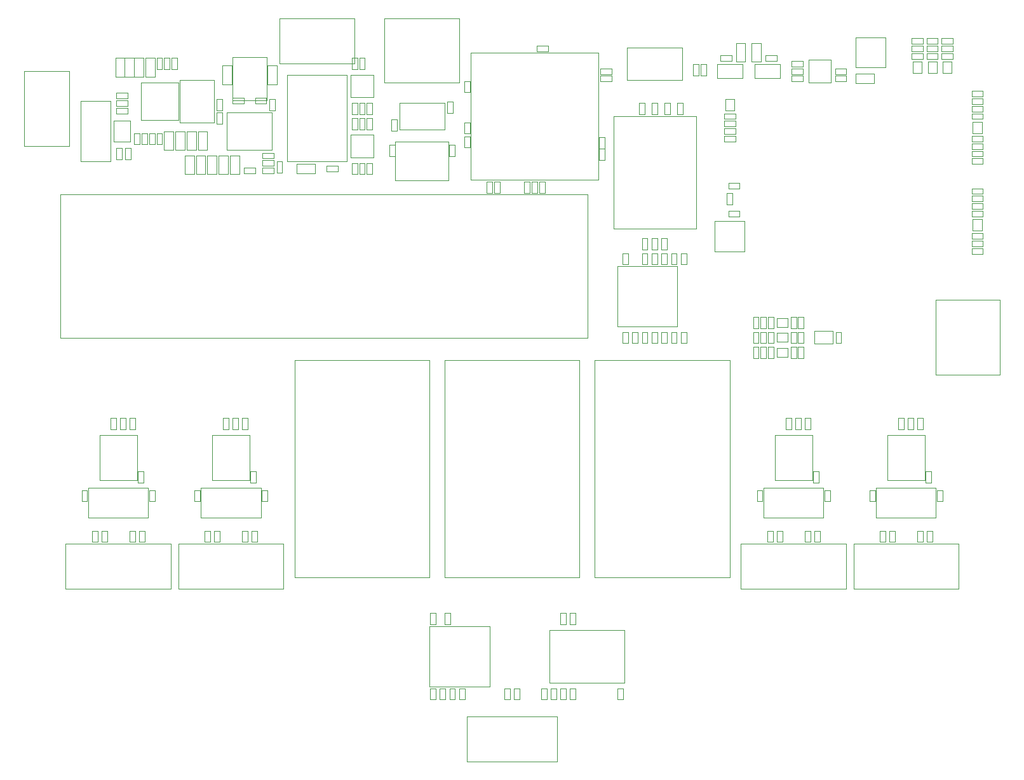
<source format=gbr>
%TF.GenerationSoftware,Altium Limited,Altium Designer,23.3.1 (30)*%
G04 Layer_Color=8388736*
%FSLAX45Y45*%
%MOMM*%
%TF.SameCoordinates,E4F86091-2262-4A10-A0E3-B6E4D0D901A0*%
%TF.FilePolarity,Positive*%
%TF.FileFunction,Other,Top_Assembly*%
%TF.Part,Single*%
G01*
G75*
%TA.AperFunction,NonConductor*%
%ADD81C,0.10000*%
%ADD84C,0.05000*%
%ADD158C,0.02000*%
%ADD159C,0.01000*%
%ADD160C,0.01400*%
D81*
X1350000Y10700000D02*
X2450000D01*
Y9200000D02*
Y10700000D01*
X1350000Y9200000D02*
X2450000D01*
X1350000D02*
Y10700000D01*
D84*
X3099999Y8900000D02*
Y9300000D01*
X2699999Y8900000D02*
Y9300000D01*
Y8900000D02*
X3099999D01*
X2699999Y9300000D02*
X3099999D01*
X4579999Y11350000D02*
Y11750000D01*
X4979999Y11350000D02*
Y11750000D01*
X4579999D02*
X4979999D01*
X4579999Y11350000D02*
X4979999D01*
X2730000Y11390000D02*
X3070000D01*
X2730000Y11210000D02*
Y11390000D01*
X3070000Y11210000D02*
Y11390000D01*
X2730000Y11210000D02*
X3070000D01*
X3230000Y11210000D02*
X3570000D01*
Y11390000D01*
X3230000Y11210000D02*
Y11390000D01*
X3570000D01*
X-6022980Y9657580D02*
X1010280D01*
X-6022980Y7742420D02*
X1010280D01*
X-6022980D02*
Y9657580D01*
X1010280Y7742420D02*
Y9657580D01*
D158*
X-4987500Y5965000D02*
X-4912500D01*
X-4987500Y5815000D02*
X-4912500D01*
Y5965000D01*
X-4987500Y5815000D02*
Y5965000D01*
X6275000Y9462500D02*
Y9537500D01*
X6125000Y9462500D02*
Y9537500D01*
Y9462500D02*
X6275000D01*
X6125000Y9537500D02*
X6275000D01*
Y9062500D02*
Y9137500D01*
X6125000Y9062500D02*
Y9137500D01*
Y9062500D02*
X6275000D01*
X6125000Y9137500D02*
X6275000D01*
Y10762500D02*
Y10837500D01*
X6125000Y10762500D02*
Y10837500D01*
Y10762500D02*
X6275000D01*
X6125000Y10837500D02*
X6275000D01*
X6125000Y10962500D02*
Y11037500D01*
X6275000Y10962500D02*
Y11037500D01*
X6125000D02*
X6275000D01*
X6125000Y10962500D02*
X6275000D01*
X6125000Y9662500D02*
Y9737500D01*
X6275000Y9662500D02*
Y9737500D01*
X6125000D02*
X6275000D01*
X6125000Y9662500D02*
X6275000D01*
Y10362500D02*
Y10437500D01*
X6125000Y10362500D02*
Y10437500D01*
Y10362500D02*
X6275000D01*
X6125000Y10437500D02*
X6275000D01*
X1935000Y7675000D02*
Y7825000D01*
X1860000Y7675000D02*
Y7825000D01*
X1935000D01*
X1860000Y7675000D02*
X1935000D01*
X2065000D02*
Y7825000D01*
X1990000Y7675000D02*
Y7825000D01*
X2065000D01*
X1990000Y7675000D02*
X2065000D01*
X1805000D02*
Y7825000D01*
X1730000Y7675000D02*
Y7825000D01*
X1805000D01*
X1730000Y7675000D02*
X1805000D01*
X1545000D02*
Y7825000D01*
X1470000Y7675000D02*
Y7825000D01*
X1545000D01*
X1470000Y7675000D02*
X1545000D01*
X1675000D02*
Y7825000D01*
X1600000Y7675000D02*
Y7825000D01*
X1675000D01*
X1600000Y7675000D02*
X1675000D01*
X1730000Y8925000D02*
Y9075000D01*
X1805000Y8925000D02*
Y9075000D01*
X1730000Y8925000D02*
X1805000D01*
X1730000Y9075000D02*
X1805000D01*
X1990000Y8925000D02*
Y9075000D01*
X2065000Y8925000D02*
Y9075000D01*
X1990000Y8925000D02*
X2065000D01*
X1990000Y9075000D02*
X2065000D01*
X1860000Y8925000D02*
Y9075000D01*
X1935000Y8925000D02*
Y9075000D01*
X1860000Y8925000D02*
X1935000D01*
X1860000Y9075000D02*
X1935000D01*
X2250000Y8725000D02*
Y8875000D01*
X2325000Y8725000D02*
Y8875000D01*
X2250000Y8725000D02*
X2325000D01*
X2250000Y8875000D02*
X2325000D01*
X2195000Y7675000D02*
Y7825000D01*
X2120000Y7675000D02*
Y7825000D01*
X2195000D01*
X2120000Y7675000D02*
X2195000D01*
X2325000D02*
Y7825000D01*
X2250000Y7675000D02*
Y7825000D01*
X2325000D01*
X2250000Y7675000D02*
X2325000D01*
X3887500Y7675000D02*
Y7825000D01*
X3812500Y7675000D02*
Y7825000D01*
X3887500D01*
X3812500Y7675000D02*
X3887500D01*
Y7475000D02*
Y7625000D01*
X3812500Y7475000D02*
Y7625000D01*
X3887500D01*
X3812500Y7475000D02*
X3887500D01*
X4312500Y7675000D02*
Y7825000D01*
X4387500Y7675000D02*
Y7825000D01*
X4312500Y7675000D02*
X4387500D01*
X4312500Y7825000D02*
X4387500D01*
X3887500Y7875000D02*
Y8025000D01*
X3812500Y7875000D02*
Y8025000D01*
X3887500D01*
X3812500Y7875000D02*
X3887500D01*
X3487500D02*
Y8025000D01*
X3412500Y7875000D02*
Y8025000D01*
X3487500D01*
X3412500Y7875000D02*
X3487500D01*
Y7475000D02*
Y7625000D01*
X3412500Y7475000D02*
Y7625000D01*
X3487500D01*
X3412500Y7475000D02*
X3487500D01*
Y7675000D02*
Y7825000D01*
X3412500Y7675000D02*
Y7825000D01*
X3487500D01*
X3412500Y7675000D02*
X3487500D01*
X3033000Y9737500D02*
Y9812500D01*
X2883000Y9737500D02*
Y9812500D01*
Y9737500D02*
X3033000D01*
X2883000Y9812500D02*
X3033000D01*
Y9362500D02*
Y9437500D01*
X2883000Y9362500D02*
Y9437500D01*
Y9362500D02*
X3033000D01*
X2883000Y9437500D02*
X3033000D01*
X2825000Y10637500D02*
X2975000D01*
X2825000Y10562500D02*
X2975000D01*
X2825000D02*
Y10637500D01*
X2975000Y10562500D02*
Y10637500D01*
X2825000Y10362500D02*
X2975000D01*
X2825000Y10437500D02*
X2975000D01*
Y10362500D02*
Y10437500D01*
X2825000Y10362500D02*
Y10437500D01*
X4304499Y11167500D02*
X4454500D01*
X4304499Y11242500D02*
X4454500D01*
Y11167500D02*
Y11242500D01*
X4304499Y11167500D02*
Y11242500D01*
Y11262500D02*
X4454500D01*
X4304499Y11337500D02*
X4454500D01*
Y11262500D02*
Y11337500D01*
X4304499Y11262500D02*
Y11337500D01*
X3724999Y11262500D02*
X3874999D01*
X3724999Y11337500D02*
X3874999D01*
Y11262500D02*
Y11337500D01*
X3724999Y11262500D02*
Y11337500D01*
Y11357500D02*
X3874999D01*
X3724999Y11432500D02*
X3874999D01*
Y11357500D02*
Y11432500D01*
X3724999Y11357500D02*
Y11432500D01*
X3375000Y11508750D02*
X3525000D01*
X3375000Y11433750D02*
X3525000D01*
X3375000D02*
Y11508750D01*
X3525000Y11433750D02*
Y11508750D01*
X2775000Y11433750D02*
X2925000D01*
X2775000Y11508750D02*
X2925000D01*
Y11433750D02*
Y11508750D01*
X2775000Y11433750D02*
Y11508750D01*
X2587500Y11240700D02*
Y11390700D01*
X2512500Y11240700D02*
Y11390700D01*
X2587500D01*
X2512500Y11240700D02*
X2587500D01*
X2487500D02*
Y11390700D01*
X2412500Y11240700D02*
Y11390700D01*
X2487500D01*
X2412500Y11240700D02*
X2487500D01*
X1862500Y10725000D02*
Y10875000D01*
X1937500Y10725000D02*
Y10875000D01*
X1862500Y10725000D02*
X1937500D01*
X1862500Y10875000D02*
X1937500D01*
X-5082500Y10125000D02*
Y10275000D01*
X-5157500Y10125000D02*
Y10275000D01*
X-5082500D01*
X-5157500Y10125000D02*
X-5082500D01*
X-5202500D02*
Y10275000D01*
X-5277500Y10125000D02*
Y10275000D01*
X-5202500D01*
X-5277500Y10125000D02*
X-5202500D01*
X-4462500Y11324999D02*
Y11475000D01*
X-4537500Y11324999D02*
Y11475000D01*
X-4462500D01*
X-4537500Y11324999D02*
X-4462500D01*
X-4637500D02*
Y11475000D01*
X-4562500Y11324999D02*
Y11475000D01*
X-4637500Y11324999D02*
X-4562500D01*
X-4637500Y11475000D02*
X-4562500D01*
X-3725000Y10868699D02*
X-3575000D01*
X-3725000Y10943699D02*
X-3575000D01*
Y10868699D02*
Y10943699D01*
X-3725000Y10868699D02*
Y10943699D01*
X-3862500Y10775000D02*
Y10925000D01*
X-3937500Y10775000D02*
Y10925000D01*
X-3862500D01*
X-3937500Y10775000D02*
X-3862500D01*
X-3937500Y10599999D02*
Y10750000D01*
X-3862500Y10599999D02*
Y10750000D01*
X-3937500Y10599999D02*
X-3862500D01*
X-3937500Y10750000D02*
X-3862500D01*
X-3062500Y9949999D02*
Y10100000D01*
X-3137500Y9949999D02*
Y10100000D01*
X-3062500D01*
X-3137500Y9949999D02*
X-3062500D01*
X-2475000Y10037500D02*
X-2325000D01*
X-2475000Y9962500D02*
X-2325000D01*
X-2475000D02*
Y10037500D01*
X-2325000Y9962500D02*
Y10037500D01*
X-2132500Y11324999D02*
Y11475000D01*
X-2057500Y11324999D02*
Y11475000D01*
X-2132500Y11324999D02*
X-2057500D01*
X-2132500Y11475000D02*
X-2057500D01*
X-1962500Y10725000D02*
Y10875000D01*
X-2037500Y10725000D02*
Y10875000D01*
X-1962500D01*
X-2037500Y10725000D02*
X-1962500D01*
X-2057500D02*
Y10875000D01*
X-2132500Y10725000D02*
Y10875000D01*
X-2057500D01*
X-2132500Y10725000D02*
X-2057500D01*
X-1942500Y10525000D02*
Y10675000D01*
X-1867500Y10525000D02*
Y10675000D01*
X-1942500Y10525000D02*
X-1867500D01*
X-1942500Y10675000D02*
X-1867500D01*
X-2057500Y9924999D02*
Y10075000D01*
X-2132500Y9924999D02*
Y10075000D01*
X-2057500D01*
X-2132500Y9924999D02*
X-2057500D01*
X-762500Y10167000D02*
Y10317000D01*
X-837500Y10167000D02*
Y10317000D01*
X-762500D01*
X-837500Y10167000D02*
X-762500D01*
X-1537300Y10504100D02*
Y10654100D01*
X-1612300Y10504100D02*
Y10654100D01*
X-1537300D01*
X-1612300Y10504100D02*
X-1537300D01*
X-863000Y10745400D02*
Y10895400D01*
X-788000Y10745400D02*
Y10895400D01*
X-863000Y10745400D02*
X-788000D01*
X-863000Y10895400D02*
X-788000D01*
X-637500Y11018000D02*
Y11168000D01*
X-562500Y11018000D02*
Y11168000D01*
X-637500Y11018000D02*
X-562500D01*
X-637500Y11168000D02*
X-562500D01*
X332000Y11562500D02*
X482000D01*
X332000Y11637500D02*
X482000D01*
Y11562500D02*
Y11637500D01*
X332000Y11562500D02*
Y11637500D01*
X1175000Y11337500D02*
X1325000D01*
X1175000Y11262500D02*
X1325000D01*
X1175000D02*
Y11337500D01*
X1325000Y11262500D02*
Y11337500D01*
X1175000Y11237500D02*
X1325000D01*
X1175000Y11162500D02*
X1325000D01*
X1175000D02*
Y11237500D01*
X1325000Y11162500D02*
Y11237500D01*
X1162500Y10268000D02*
Y10418000D01*
X1237500Y10268000D02*
Y10418000D01*
X1162500Y10268000D02*
X1237500D01*
X1162500Y10418000D02*
X1237500D01*
X437500Y9675000D02*
Y9825000D01*
X362500Y9675000D02*
Y9825000D01*
X437500D01*
X362500Y9675000D02*
X437500D01*
X337500D02*
Y9825000D01*
X262500Y9675000D02*
Y9825000D01*
X337500D01*
X262500Y9675000D02*
X337500D01*
X237500D02*
Y9825000D01*
X162500Y9675000D02*
Y9825000D01*
X237500D01*
X162500Y9675000D02*
X237500D01*
X-262500D02*
Y9825000D01*
X-337500Y9675000D02*
Y9825000D01*
X-262500D01*
X-337500Y9675000D02*
X-262500D01*
X-3237501Y10775000D02*
Y10925000D01*
X-3162500Y10775000D02*
Y10925000D01*
X-3237501Y10775000D02*
X-3162500D01*
X-3237501Y10925000D02*
X-3162500D01*
X-3487500Y5815000D02*
Y5965000D01*
X-3412500Y5815000D02*
Y5965000D01*
X-3487500Y5815000D02*
X-3412500D01*
X-3487500Y5965000D02*
X-3412500D01*
X-1095000Y3925000D02*
Y4075000D01*
X-1020000Y3925000D02*
Y4075000D01*
X-1095000Y3925000D02*
X-1020000D01*
X-1095000Y4075000D02*
X-1020000D01*
X-630000Y2925000D02*
Y3075000D01*
X-705000Y2925000D02*
Y3075000D01*
X-630000D01*
X-705000Y2925000D02*
X-630000D01*
X772000Y3925000D02*
Y4075000D01*
X847000Y3925000D02*
Y4075000D01*
X772000Y3925000D02*
X847000D01*
X772000Y4075000D02*
X847000D01*
Y2925000D02*
Y3075000D01*
X772000Y2925000D02*
Y3075000D01*
X847000D01*
X772000Y2925000D02*
X847000D01*
X1482000D02*
Y3075000D01*
X1407000Y2925000D02*
Y3075000D01*
X1482000D01*
X1407000Y2925000D02*
X1482000D01*
X593000D02*
Y3075000D01*
X518000Y2925000D02*
Y3075000D01*
X593000D01*
X518000Y2925000D02*
X593000D01*
X-3724000Y6525000D02*
Y6675000D01*
X-3649000Y6525000D02*
Y6675000D01*
X-3724000Y6525000D02*
X-3649000D01*
X-3724000Y6675000D02*
X-3649000D01*
X-5224000Y6525000D02*
Y6675000D01*
X-5149000Y6525000D02*
Y6675000D01*
X-5224000Y6525000D02*
X-5149000D01*
X-5224000Y6675000D02*
X-5149000D01*
X-3473540Y5025000D02*
Y5175000D01*
X-3398540Y5025000D02*
Y5175000D01*
X-3473540Y5025000D02*
X-3398540D01*
X-3473540Y5175000D02*
X-3398540D01*
X-4098540Y5025000D02*
Y5175000D01*
X-4023540Y5025000D02*
Y5175000D01*
X-4098540Y5025000D02*
X-4023540D01*
X-4098540Y5175000D02*
X-4023540D01*
X-4973540Y5025000D02*
Y5175000D01*
X-4898540Y5025000D02*
Y5175000D01*
X-4973540Y5025000D02*
X-4898540D01*
X-4973540Y5175000D02*
X-4898540D01*
X-5598540Y5025000D02*
Y5175000D01*
X-5523540Y5025000D02*
Y5175000D01*
X-5598540Y5025000D02*
X-5523540D01*
X-5598540Y5175000D02*
X-5523540D01*
X5276000Y6525000D02*
Y6675000D01*
X5351000Y6525000D02*
Y6675000D01*
X5276000Y6525000D02*
X5351000D01*
X5276000Y6675000D02*
X5351000D01*
X5512500Y5815000D02*
Y5965000D01*
X5587500Y5815000D02*
Y5965000D01*
X5512500Y5815000D02*
X5587500D01*
X5512500Y5965000D02*
X5587500D01*
X5526460Y5025000D02*
Y5175000D01*
X5601460Y5025000D02*
Y5175000D01*
X5526460Y5025000D02*
X5601460D01*
X5526460Y5175000D02*
X5601460D01*
X4901460Y5025000D02*
Y5175000D01*
X4976460Y5025000D02*
Y5175000D01*
X4901460Y5025000D02*
X4976460D01*
X4901460Y5175000D02*
X4976460D01*
X3776000Y6525000D02*
Y6675000D01*
X3851000Y6525000D02*
Y6675000D01*
X3776000Y6525000D02*
X3851000D01*
X3776000Y6675000D02*
X3851000D01*
X4012500Y5815000D02*
Y5965000D01*
X4087500Y5815000D02*
Y5965000D01*
X4012500Y5815000D02*
X4087500D01*
X4012500Y5965000D02*
X4087500D01*
X4026460Y5025000D02*
Y5175000D01*
X4101460Y5025000D02*
Y5175000D01*
X4026460Y5025000D02*
X4101460D01*
X4026460Y5175000D02*
X4101460D01*
X3401460Y5025000D02*
Y5175000D01*
X3476460Y5025000D02*
Y5175000D01*
X3401460Y5025000D02*
X3476460D01*
X3401460Y5175000D02*
X3476460D01*
X5525000Y11562500D02*
X5675000D01*
X5525000Y11637500D02*
X5675000D01*
Y11562500D02*
Y11637500D01*
X5525000Y11562500D02*
Y11637500D01*
X5325000Y11562500D02*
X5475000D01*
X5325000Y11637500D02*
X5475000D01*
Y11562500D02*
Y11637500D01*
X5325000Y11562500D02*
Y11637500D01*
X5725000Y11562500D02*
X5875000D01*
X5725000Y11637500D02*
X5875000D01*
Y11562500D02*
Y11637500D01*
X5725000Y11562500D02*
Y11637500D01*
D159*
X6260000Y10475000D02*
Y10625000D01*
X6140000D02*
X6260000D01*
X6140000Y10475000D02*
Y10625000D01*
Y10475000D02*
X6260000D01*
X6275000Y9562500D02*
Y9637500D01*
X6125000Y9562500D02*
Y9637500D01*
X6275000D01*
X6125000Y9562500D02*
X6275000D01*
X6125000Y8862500D02*
Y8937500D01*
Y8862500D02*
X6275000D01*
X6125000Y8937500D02*
X6275000D01*
Y8862500D02*
Y8937500D01*
X6275000Y8962500D02*
Y9037500D01*
X6125000D02*
X6275000D01*
X6125000Y8962500D02*
X6275000D01*
X6125000D02*
Y9037500D01*
X6260000Y9175000D02*
Y9325000D01*
X6140000D02*
X6260000D01*
X6140000Y9175000D02*
Y9325000D01*
Y9175000D02*
X6260000D01*
X6275000Y9362500D02*
Y9437500D01*
X6125000D02*
X6275000D01*
X6125000Y9362500D02*
X6275000D01*
X6125000D02*
Y9437500D01*
X6275000Y10662500D02*
Y10737500D01*
X6125000D02*
X6275000D01*
X6125000Y10662500D02*
X6275000D01*
X6125000D02*
Y10737500D01*
X6275000Y10862500D02*
Y10937500D01*
X6125000Y10862500D02*
Y10937500D01*
X6275000D01*
X6125000Y10862500D02*
X6275000D01*
X6125000Y10162500D02*
Y10237500D01*
Y10162500D02*
X6275000D01*
X6125000Y10237500D02*
X6275000D01*
Y10162500D02*
Y10237500D01*
X6275000Y10062500D02*
Y10137500D01*
X6125000D02*
X6275000D01*
X6125000Y10062500D02*
X6275000D01*
X6125000D02*
Y10137500D01*
X6275000Y10262500D02*
Y10337500D01*
X6125000D02*
X6275000D01*
X6125000Y10262500D02*
X6275000D01*
X6125000D02*
Y10337500D01*
X-5097000Y6525000D02*
X-5022000D01*
Y6675000D01*
X-5097000Y6525000D02*
Y6675000D01*
X-5022000D01*
X1400000Y8700000D02*
X2200000D01*
X1400000Y7900000D02*
X2200000D01*
Y8700000D01*
X1400000Y7900000D02*
Y8700000D01*
X1470000Y8875000D02*
X1545000D01*
X1470000Y8725000D02*
Y8875000D01*
X1545000Y8725000D02*
Y8875000D01*
X1470000Y8725000D02*
X1545000D01*
X1730000Y8875000D02*
X1805000D01*
X1730000Y8725000D02*
Y8875000D01*
X1805000Y8725000D02*
Y8875000D01*
X1730000Y8725000D02*
X1805000D01*
X1860000Y8875000D02*
X1935000D01*
X1860000Y8725000D02*
Y8875000D01*
X1935000Y8725000D02*
Y8875000D01*
X1860000Y8725000D02*
X1935000D01*
X1990000Y8875000D02*
X2065000D01*
X1990000Y8725000D02*
Y8875000D01*
X2065000Y8725000D02*
Y8875000D01*
X1990000Y8725000D02*
X2065000D01*
X2120000D02*
X2195000D01*
Y8875000D01*
X2120000Y8725000D02*
Y8875000D01*
X2195000D01*
X3712500Y7625000D02*
X3787500D01*
X3712500Y7475000D02*
Y7625000D01*
X3787500Y7475000D02*
Y7625000D01*
X3712500Y7475000D02*
X3787500D01*
X3525000Y7490000D02*
Y7610000D01*
X3675000D01*
Y7490000D02*
Y7610000D01*
X3525000Y7490000D02*
X3675000D01*
X3712500Y7825000D02*
X3787500D01*
X3712500Y7675000D02*
Y7825000D01*
X3787500Y7675000D02*
Y7825000D01*
X3712500Y7675000D02*
X3787500D01*
X4025540Y7666180D02*
Y7833820D01*
Y7666180D02*
X4274460D01*
Y7833820D01*
X4025540D02*
X4274460D01*
X3525000Y7690000D02*
Y7810000D01*
X3675000D01*
Y7690000D02*
Y7810000D01*
X3525000Y7690000D02*
X3675000D01*
X3525000Y7890000D02*
Y8010000D01*
X3675000D01*
Y7890000D02*
Y8010000D01*
X3525000Y7890000D02*
X3675000D01*
X3712500Y8025000D02*
X3787500D01*
X3712500Y7875000D02*
Y8025000D01*
X3787500Y7875000D02*
Y8025000D01*
X3712500Y7875000D02*
X3787500D01*
X3212500D02*
X3287500D01*
Y8025000D01*
X3212500Y7875000D02*
Y8025000D01*
X3287500D01*
X3312500D02*
X3387500D01*
X3312500Y7875000D02*
Y8025000D01*
X3387500Y7875000D02*
Y8025000D01*
X3312500Y7875000D02*
X3387500D01*
X3312500Y7625000D02*
X3387500D01*
X3312500Y7475000D02*
Y7625000D01*
X3387500Y7475000D02*
Y7625000D01*
X3312500Y7475000D02*
X3387500D01*
X3212500D02*
X3287500D01*
Y7625000D01*
X3212500Y7475000D02*
Y7625000D01*
X3287500D01*
X3212500Y7675000D02*
X3287500D01*
Y7825000D01*
X3212500Y7675000D02*
Y7825000D01*
X3287500D01*
X3312500D02*
X3387500D01*
X3312500Y7675000D02*
Y7825000D01*
X3387500Y7675000D02*
Y7825000D01*
X3312500Y7675000D02*
X3387500D01*
X5650000Y7250000D02*
X6500000D01*
Y8250000D01*
X5650000D02*
X6500000D01*
X5650000Y7250000D02*
Y8250000D01*
X2862499Y9675000D02*
X2937499D01*
X2862499Y9525000D02*
Y9675000D01*
X2937499Y9525000D02*
Y9675000D01*
X2862499Y9525000D02*
X2937499D01*
X2840000Y10925000D02*
X2960000D01*
Y10775000D02*
Y10925000D01*
X2840000Y10775000D02*
X2960000D01*
X2840000D02*
Y10925000D01*
X2825000Y10662500D02*
Y10737500D01*
Y10662500D02*
X2975000D01*
X2825000Y10737500D02*
X2975000D01*
Y10662500D02*
Y10737500D01*
X2825000Y10462500D02*
X2975000D01*
X2825000Y10537500D02*
X2975000D01*
X2825000Y10462500D02*
Y10537500D01*
X2975000Y10462500D02*
Y10537500D01*
X4576249Y11142500D02*
Y11267500D01*
Y11142500D02*
X4826249D01*
X4576249Y11267500D02*
X4826249D01*
Y11142500D02*
Y11267500D01*
X3949999Y11450000D02*
X4249999D01*
Y11150000D02*
Y11450000D01*
X3949999Y11150000D02*
X4249999D01*
X3949999D02*
Y11450000D01*
X3874999Y11167500D02*
Y11242500D01*
X3724999D02*
X3874999D01*
X3724999Y11167500D02*
X3874999D01*
X3724999D02*
Y11242500D01*
X3190000Y11675000D02*
X3315000D01*
X3190000Y11425000D02*
Y11675000D01*
X3315000Y11425000D02*
Y11675000D01*
X3190000Y11425000D02*
X3315000D01*
X2985000Y11675000D02*
X3110000D01*
X2985000Y11425000D02*
Y11675000D01*
X3110000Y11425000D02*
Y11675000D01*
X2985000Y11425000D02*
X3110000D01*
X1692320Y10725000D02*
X1767320D01*
Y10875000D01*
X1692320Y10725000D02*
Y10875000D01*
X1767320D01*
X2032680Y10725000D02*
X2107680D01*
Y10875000D01*
X2032680Y10725000D02*
Y10875000D01*
X2107680D01*
X2202860D02*
X2277860D01*
X2202860Y10725000D02*
Y10875000D01*
X2277860Y10725000D02*
Y10875000D01*
X2202860Y10725000D02*
X2277860D01*
X-700000Y11150000D02*
Y12000000D01*
X-1700000D02*
X-700000D01*
X-1700000Y11150000D02*
Y12000000D01*
Y11150000D02*
X-700000D01*
X-3100000Y12000000D02*
X-2100000D01*
X-3100000Y11400000D02*
X-2100000D01*
X-3100000D02*
Y12000000D01*
X-2100000Y11400000D02*
Y12000000D01*
X-6500000Y10300000D02*
Y11300000D01*
X-5900000Y10300000D02*
Y11300000D01*
X-6500000Y10300000D02*
X-5900000D01*
X-6500000Y11300000D02*
X-5900000D01*
X-5750000Y10900000D02*
X-5350000D01*
Y10100000D02*
Y10900000D01*
X-5750000Y10100000D02*
Y10900000D01*
Y10100000D02*
X-5350000D01*
X-5306680Y10357760D02*
X-5093320D01*
X-5306680D02*
Y10642240D01*
X-5093320D01*
Y10357760D02*
Y10642240D01*
X-5125000Y10937500D02*
Y11012500D01*
X-5275000D02*
X-5125000D01*
X-5275000Y10937500D02*
X-5125000D01*
X-5275000D02*
Y11012500D01*
X-5275000Y10837500D02*
Y10912500D01*
Y10837500D02*
X-5125000D01*
X-5275000Y10912500D02*
X-5125000D01*
Y10837500D02*
Y10912500D01*
X-5275000Y10737500D02*
Y10812500D01*
Y10737500D02*
X-5125000D01*
X-5275000Y10812500D02*
X-5125000D01*
Y10737500D02*
Y10812500D01*
X-4737500Y11325000D02*
X-4662500D01*
Y11475000D01*
X-4737500Y11325000D02*
Y11475000D01*
X-4662500D01*
X-4887500Y11225000D02*
X-4762500D01*
Y11475000D01*
X-4887500Y11225000D02*
Y11475000D01*
X-4762500D01*
X-5037500Y11225000D02*
X-4912500D01*
Y11475000D01*
X-5037500Y11225000D02*
Y11475000D01*
X-4912500D01*
X-5162500Y11225000D02*
X-5037500D01*
Y11475000D01*
X-5162500Y11225000D02*
Y11475000D01*
X-5037500D01*
X-5287500Y11225000D02*
X-5162500D01*
Y11475000D01*
X-5287500Y11225000D02*
Y11475000D01*
X-5162500D01*
X-4950000Y10650000D02*
Y11150000D01*
X-4450000Y10650000D02*
Y11150000D01*
X-4950000D02*
X-4450000D01*
X-4950000Y10650000D02*
X-4450000D01*
X-4428000Y10615000D02*
Y11185000D01*
X-3972000Y10615000D02*
Y11185000D01*
X-4428000Y10615000D02*
X-3972000D01*
X-4428000Y11185000D02*
X-3972000D01*
X-3728000Y10915000D02*
Y11485000D01*
X-3272000Y10915000D02*
Y11485000D01*
X-3728000Y10915000D02*
X-3272000D01*
X-3728000Y11485000D02*
X-3272000D01*
X-3262500Y11375000D02*
X-3137500D01*
X-3262500Y11125000D02*
Y11375000D01*
X-3137500Y11125000D02*
Y11375000D01*
X-3262500Y11125000D02*
X-3137500D01*
X-3862500Y11375000D02*
X-3737500D01*
X-3862500Y11125000D02*
Y11375000D01*
X-3737500Y11125000D02*
Y11375000D01*
X-3862500Y11125000D02*
X-3737500D01*
X-3425000Y10868699D02*
Y10943699D01*
Y10868699D02*
X-3275000D01*
X-3425000Y10943699D02*
X-3275000D01*
Y10868699D02*
Y10943699D01*
X-3800000Y10250000D02*
Y10750000D01*
X-3200000Y10250000D02*
Y10750000D01*
X-3800000Y10250000D02*
X-3200000D01*
X-3800000Y10750000D02*
X-3200000D01*
X-5037500Y10325000D02*
X-4962500D01*
Y10475000D01*
X-5037500Y10325000D02*
Y10475000D01*
X-4962500D01*
X-4937500D02*
X-4862500D01*
X-4937500Y10325000D02*
Y10475000D01*
X-4862500Y10325000D02*
Y10475000D01*
X-4937500Y10325000D02*
X-4862500D01*
X-4837500Y10475000D02*
X-4762500D01*
X-4837500Y10325000D02*
Y10475000D01*
X-4762500Y10325000D02*
Y10475000D01*
X-4837500Y10325000D02*
X-4762500D01*
X-4737500Y10475000D02*
X-4662500D01*
X-4737500Y10325000D02*
Y10475000D01*
X-4662500Y10325000D02*
Y10475000D01*
X-4737500Y10325000D02*
X-4662500D01*
X-4187500Y10500000D02*
X-4062500D01*
X-4187500Y10250000D02*
Y10500000D01*
X-4062500Y10250000D02*
Y10500000D01*
X-4187500Y10250000D02*
X-4062500D01*
X-4337500Y10500000D02*
X-4212500D01*
X-4337500Y10250000D02*
Y10500000D01*
X-4212500Y10250000D02*
Y10500000D01*
X-4337500Y10250000D02*
X-4212500D01*
X-4487500Y10500000D02*
X-4362500D01*
X-4487500Y10250000D02*
Y10500000D01*
X-4362500Y10250000D02*
Y10500000D01*
X-4487500Y10250000D02*
X-4362500D01*
X-4637500Y10500000D02*
X-4512500D01*
X-4637500Y10250000D02*
Y10500000D01*
X-4512500Y10250000D02*
Y10500000D01*
X-4637500Y10250000D02*
X-4512500D01*
X-4362500Y10175000D02*
X-4237500D01*
X-4362500Y9925000D02*
Y10175000D01*
X-4237500Y9925000D02*
Y10175000D01*
X-4362500Y9925000D02*
X-4237500D01*
X-4212500Y10175000D02*
X-4087500D01*
X-4212500Y9925000D02*
Y10175000D01*
X-4087500Y9925000D02*
Y10175000D01*
X-4212500Y9925000D02*
X-4087500D01*
X-4062500Y10175000D02*
X-3937500D01*
X-4062500Y9925000D02*
Y10175000D01*
X-3937500Y9925000D02*
Y10175000D01*
X-4062500Y9925000D02*
X-3937500D01*
X-3912500Y10175000D02*
X-3787500D01*
X-3912500Y9925000D02*
Y10175000D01*
X-3787500Y9925000D02*
Y10175000D01*
X-3912500Y9925000D02*
X-3787500D01*
X-3762500Y10175000D02*
X-3637500D01*
X-3762500Y9925000D02*
Y10175000D01*
X-3637500Y9925000D02*
Y10175000D01*
X-3762500Y9925000D02*
X-3637500D01*
X-3575000Y9937499D02*
Y10012499D01*
Y9937499D02*
X-3425000D01*
X-3575000Y10012499D02*
X-3425000D01*
Y9937499D02*
Y10012499D01*
X-3325000Y10137500D02*
Y10212500D01*
Y10137500D02*
X-3175000D01*
X-3325000Y10212500D02*
X-3175000D01*
Y10137500D02*
Y10212500D01*
X-3325000Y10037499D02*
Y10112499D01*
Y10037499D02*
X-3175000D01*
X-3325000Y10112499D02*
X-3175000D01*
Y10037499D02*
Y10112499D01*
X-3325000Y9937499D02*
Y10012499D01*
Y9937499D02*
X-3175000D01*
X-3325000Y10012499D02*
X-3175000D01*
Y9937499D02*
Y10012499D01*
X-2625000Y9937500D02*
Y10062500D01*
X-2875000D02*
X-2625000D01*
X-2875000Y9937500D02*
X-2625000D01*
X-2875000D02*
Y10062500D01*
X-3000000Y10100000D02*
Y11250000D01*
X-2200000D01*
Y10100000D02*
Y11250000D01*
X-3000000Y10100000D02*
X-2200000D01*
X-2037500Y11475000D02*
X-1962500D01*
X-2037500Y11324999D02*
Y11475000D01*
X-1962500Y11324999D02*
Y11475000D01*
X-2037500Y11324999D02*
X-1962500D01*
X-2150000Y10950000D02*
X-1850000D01*
Y11250000D01*
X-2150000D02*
X-1850000D01*
X-2150000Y10950000D02*
Y11250000D01*
X-1942500Y10875000D02*
X-1867500D01*
X-1942500Y10724999D02*
Y10875000D01*
X-1867500Y10724999D02*
Y10875000D01*
X-1942500Y10724999D02*
X-1867500D01*
X-2037500Y10525000D02*
X-1962500D01*
Y10675000D01*
X-2037500Y10525000D02*
Y10675000D01*
X-1962500D01*
X-2132500Y10674999D02*
X-2057500D01*
X-2132500Y10524999D02*
Y10674999D01*
X-2057500Y10524999D02*
Y10674999D01*
X-2132500Y10524999D02*
X-2057500D01*
X-2150000Y10150000D02*
X-1850000D01*
Y10450000D01*
X-2150000D02*
X-1850000D01*
X-2150000Y10150000D02*
Y10450000D01*
X-1942500Y10075000D02*
X-1867500D01*
X-1942500Y9924999D02*
Y10075000D01*
X-1867500Y9924999D02*
Y10075000D01*
X-1942500Y9924999D02*
X-1867500D01*
X-2037500Y10075000D02*
X-1962500D01*
X-2037500Y9924999D02*
Y10075000D01*
X-1962500Y9924999D02*
Y10075000D01*
X-2037500Y9924999D02*
X-1962500D01*
X-1637500Y10167000D02*
X-1562500D01*
Y10317000D01*
X-1637500Y10167000D02*
Y10317000D01*
X-1562500D01*
X-1555600Y9840920D02*
X-844400D01*
X-1555600D02*
Y10359080D01*
X-844400D01*
Y9840920D02*
Y10359080D01*
X-1500000Y10520000D02*
X-900000D01*
X-1500000Y10880000D02*
X-900000D01*
X-1500000Y10520000D02*
Y10880000D01*
X-900000Y10520000D02*
Y10880000D01*
X-637500Y10282000D02*
X-562500D01*
Y10432000D01*
X-637500Y10282000D02*
Y10432000D01*
X-562500D01*
X-637500Y10618000D02*
X-562500D01*
X-637500Y10468000D02*
Y10618000D01*
X-562500Y10468000D02*
Y10618000D01*
X-637500Y10468000D02*
X-562500D01*
X-550000Y11550000D02*
X1150000D01*
X-550000Y9850000D02*
X1150000D01*
Y11550000D01*
X-550000Y9850000D02*
Y11550000D01*
X1162500Y10268000D02*
X1237500D01*
X1162500Y10118000D02*
Y10268000D01*
X1237500Y10118000D02*
Y10268000D01*
X1162500Y10118000D02*
X1237500D01*
X-237500Y9825000D02*
X-162500D01*
X-237500Y9675000D02*
Y9825000D01*
X-162500Y9675000D02*
Y9825000D01*
X-237500Y9675000D02*
X-162500D01*
X-1100000Y3100000D02*
X-300000D01*
X-1100000Y3900000D02*
X-300000D01*
X-1100000Y3100000D02*
Y3900000D01*
X-300000Y3100000D02*
Y3900000D01*
X-900000Y3925000D02*
X-825000D01*
Y4075000D01*
X-900000Y3925000D02*
Y4075000D01*
X-825000D01*
X-835000Y2925000D02*
X-760000D01*
Y3075000D01*
X-835000Y2925000D02*
Y3075000D01*
X-760000D01*
X-965000Y3075000D02*
X-890000D01*
X-965000Y2925000D02*
Y3075000D01*
X-890000Y2925000D02*
Y3075000D01*
X-965000Y2925000D02*
X-890000D01*
X-1095000Y3075000D02*
X-1020000D01*
X-1095000Y2925000D02*
Y3075000D01*
X-1020000Y2925000D02*
Y3075000D01*
X-1095000Y2925000D02*
X-1020000D01*
X-100000Y3075000D02*
X-25000D01*
X-100000Y2925000D02*
Y3075000D01*
X-25000Y2925000D02*
Y3075000D01*
X-100000Y2925000D02*
X-25000D01*
X25000Y3075000D02*
X100000D01*
X25000Y2925000D02*
Y3075000D01*
X100000Y2925000D02*
Y3075000D01*
X25000Y2925000D02*
X100000D01*
X-600000Y2100000D02*
X600000D01*
X-600000Y2700000D02*
X600000D01*
Y2100000D02*
Y2700000D01*
X-600000Y2100000D02*
Y2700000D01*
X645000Y4075000D02*
X720000D01*
X645000Y3925000D02*
Y4075000D01*
X720000Y3925000D02*
Y4075000D01*
X645000Y3925000D02*
X720000D01*
X1500000Y3150000D02*
Y3850000D01*
X500000Y3150000D02*
Y3850000D01*
X1500000D01*
X500000Y3150000D02*
X1500000D01*
X645000Y3075000D02*
X720000D01*
X645000Y2925000D02*
Y3075000D01*
X720000Y2925000D02*
Y3075000D01*
X645000Y2925000D02*
X720000D01*
X390950Y3075000D02*
X465950D01*
X390950Y2925000D02*
Y3075000D01*
X465950Y2925000D02*
Y3075000D01*
X390950Y2925000D02*
X465950D01*
X-3597000Y6675000D02*
X-3522000D01*
X-3597000Y6525000D02*
Y6675000D01*
X-3522000Y6525000D02*
Y6675000D01*
X-3597000Y6525000D02*
X-3522000D01*
X-3851000Y6525000D02*
X-3776000D01*
Y6675000D01*
X-3851000Y6525000D02*
Y6675000D01*
X-3776000D01*
X-5351000Y6525000D02*
X-5276000D01*
Y6675000D01*
X-5351000Y6525000D02*
Y6675000D01*
X-5276000D01*
X-5500000Y5850000D02*
Y6450000D01*
X-5000000Y5850000D02*
Y6450000D01*
X-5500000Y5850000D02*
X-5000000D01*
X-5500000Y6450000D02*
X-5000000D01*
X-4000000Y5850000D02*
Y6450000D01*
X-3500000Y5850000D02*
Y6450000D01*
X-4000000Y5850000D02*
X-3500000D01*
X-4000000Y6450000D02*
X-3500000D01*
X-3337500Y5715000D02*
X-3262500D01*
X-3337500Y5565000D02*
Y5715000D01*
X-3262500Y5565000D02*
Y5715000D01*
X-3337500Y5565000D02*
X-3262500D01*
X-4237500Y5565000D02*
X-4162500D01*
Y5715000D01*
X-4237500Y5565000D02*
Y5715000D01*
X-4162500D01*
X-4837500Y5715000D02*
X-4762500D01*
X-4837500Y5565000D02*
Y5715000D01*
X-4762500Y5565000D02*
Y5715000D01*
X-4837500Y5565000D02*
X-4762500D01*
X-5737500Y5565000D02*
X-5662500D01*
Y5715000D01*
X-5737500Y5565000D02*
Y5715000D01*
X-5662500D01*
X-5650000Y5350000D02*
Y5750000D01*
X-4850000D01*
X-5650000Y5350000D02*
X-4850000D01*
Y5750000D01*
X-4150000Y5350000D02*
Y5750000D01*
X-3350000D01*
X-4150000Y5350000D02*
X-3350000D01*
Y5750000D01*
X-4450000Y4400000D02*
X-3050000D01*
X-4450000Y5000000D02*
X-3050000D01*
Y4400000D02*
Y5000000D01*
X-4450000Y4400000D02*
Y5000000D01*
X-5950000Y4400000D02*
X-4550000D01*
X-5950000Y5000000D02*
X-4550000D01*
Y4400000D02*
Y5000000D01*
X-5950000Y4400000D02*
Y5000000D01*
X-3598540Y5025000D02*
X-3523540D01*
Y5175000D01*
X-3598540Y5025000D02*
Y5175000D01*
X-3523540D01*
X-3973540Y5025000D02*
X-3898540D01*
Y5175000D01*
X-3973540Y5025000D02*
Y5175000D01*
X-3898540D01*
X-5098540Y5025000D02*
X-5023540D01*
Y5175000D01*
X-5098540Y5025000D02*
Y5175000D01*
X-5023540D01*
X-5473540Y5025000D02*
X-5398540D01*
Y5175000D01*
X-5473540Y5025000D02*
Y5175000D01*
X-5398540D01*
X5149000Y6525000D02*
X5224000D01*
Y6675000D01*
X5149000Y6525000D02*
Y6675000D01*
X5224000D01*
X5403000Y6675000D02*
X5478000D01*
X5403000Y6525000D02*
Y6675000D01*
X5478000Y6525000D02*
Y6675000D01*
X5403000Y6525000D02*
X5478000D01*
X5000000Y5850000D02*
Y6450000D01*
X5500000Y5850000D02*
Y6450000D01*
X5000000Y5850000D02*
X5500000D01*
X5000000Y6450000D02*
X5500000D01*
X4850000Y5350000D02*
Y5750000D01*
X5650000D01*
X4850000Y5350000D02*
X5650000D01*
Y5750000D01*
X5662500Y5715000D02*
X5737500D01*
X5662500Y5565000D02*
Y5715000D01*
X5737500Y5565000D02*
Y5715000D01*
X5662500Y5565000D02*
X5737500D01*
X4762500Y5565000D02*
X4837500D01*
Y5715000D01*
X4762500Y5565000D02*
Y5715000D01*
X4837500D01*
X5401460Y5025000D02*
X5476460D01*
Y5175000D01*
X5401460Y5025000D02*
Y5175000D01*
X5476460D01*
X5026460Y5025000D02*
X5101460D01*
Y5175000D01*
X5026460Y5025000D02*
Y5175000D01*
X5101460D01*
X4550000Y4400000D02*
X5950000D01*
X4550000Y5000000D02*
X5950000D01*
Y4400000D02*
Y5000000D01*
X4550000Y4400000D02*
Y5000000D01*
X3903000Y6675000D02*
X3978000D01*
X3903000Y6525000D02*
Y6675000D01*
X3978000Y6525000D02*
Y6675000D01*
X3903000Y6525000D02*
X3978000D01*
X3649000D02*
X3724000D01*
Y6675000D01*
X3649000Y6525000D02*
Y6675000D01*
X3724000D01*
X3500000Y5850000D02*
Y6450000D01*
X4000000Y5850000D02*
Y6450000D01*
X3500000Y5850000D02*
X4000000D01*
X3500000Y6450000D02*
X4000000D01*
X3350000Y5350000D02*
Y5750000D01*
X4150000D01*
X3350000Y5350000D02*
X4150000D01*
Y5750000D01*
X3262500Y5565000D02*
X3337500D01*
Y5715000D01*
X3262500Y5565000D02*
Y5715000D01*
X3337500D01*
X4162500D02*
X4237500D01*
X4162500Y5565000D02*
Y5715000D01*
X4237500Y5565000D02*
Y5715000D01*
X4162500Y5565000D02*
X4237500D01*
X3050000Y4400000D02*
X4450000D01*
X3050000Y5000000D02*
X4450000D01*
Y4400000D02*
Y5000000D01*
X3050000Y4400000D02*
Y5000000D01*
X3901460Y5025000D02*
X3976460D01*
Y5175000D01*
X3901460Y5025000D02*
Y5175000D01*
X3976460D01*
X3526460Y5025000D02*
X3601460D01*
Y5175000D01*
X3526460Y5025000D02*
Y5175000D01*
X3601460D01*
X5540000Y11425000D02*
X5660000D01*
Y11275000D02*
Y11425000D01*
X5540000Y11275000D02*
X5660000D01*
X5540000D02*
Y11425000D01*
X5525000Y11662500D02*
Y11737500D01*
Y11662500D02*
X5675000D01*
X5525000Y11737500D02*
X5675000D01*
Y11662500D02*
Y11737500D01*
Y11462500D02*
Y11537500D01*
X5525000D02*
X5675000D01*
X5525000Y11462500D02*
X5675000D01*
X5525000D02*
Y11537500D01*
X5340000Y11425000D02*
X5460000D01*
Y11275000D02*
Y11425000D01*
X5340000Y11275000D02*
X5460000D01*
X5340000D02*
Y11425000D01*
X5325000Y11662500D02*
Y11737500D01*
Y11662500D02*
X5475000D01*
X5325000Y11737500D02*
X5475000D01*
Y11662500D02*
Y11737500D01*
Y11462500D02*
Y11537500D01*
X5325000D02*
X5475000D01*
X5325000Y11462500D02*
X5475000D01*
X5325000D02*
Y11537500D01*
X1100000Y4550000D02*
X2900000D01*
X1100000Y7450000D02*
X2900000D01*
X1100000Y4550000D02*
Y7450000D01*
X2900000Y4550000D02*
Y7450000D01*
X-900000Y4550000D02*
X900000D01*
X-900000Y7450000D02*
X900000D01*
X-900000Y4550000D02*
Y7450000D01*
X900000Y4550000D02*
Y7450000D01*
X-2900000Y4550000D02*
X-1100000D01*
X-2900000Y7450000D02*
X-1100000D01*
X-2900000Y4550000D02*
Y7450000D01*
X-1100000Y4550000D02*
Y7450000D01*
X5740000Y11425000D02*
X5860000D01*
Y11275000D02*
Y11425000D01*
X5740000Y11275000D02*
X5860000D01*
X5740000D02*
Y11425000D01*
X5725000Y11662500D02*
Y11737500D01*
Y11662500D02*
X5875000D01*
X5725000Y11737500D02*
X5875000D01*
Y11662500D02*
Y11737500D01*
Y11462500D02*
Y11537500D01*
X5725000D02*
X5875000D01*
X5725000Y11462500D02*
X5875000D01*
X5725000D02*
Y11537500D01*
D160*
X2265000Y11185000D02*
Y11615000D01*
X1535000Y11185000D02*
Y11615000D01*
Y11185000D02*
X2265000D01*
X1535000Y11615000D02*
X2265000D01*
%TF.MD5,b3bbc324c0a5bce2c284216bcab4e4b4*%
M02*

</source>
